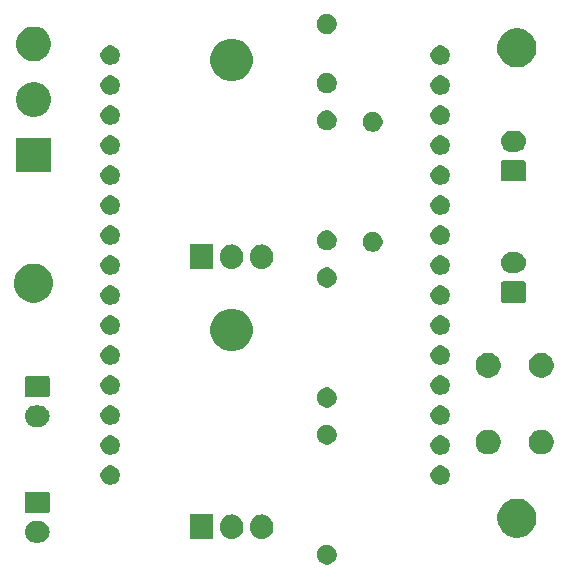
<source format=gbr>
G04 #@! TF.GenerationSoftware,KiCad,Pcbnew,5.1.5+dfsg1-2build2*
G04 #@! TF.CreationDate,2022-01-06T20:40:28+01:00*
G04 #@! TF.ProjectId,Door,446f6f72-2e6b-4696-9361-645f70636258,V1.0*
G04 #@! TF.SameCoordinates,Original*
G04 #@! TF.FileFunction,Soldermask,Top*
G04 #@! TF.FilePolarity,Negative*
%FSLAX46Y46*%
G04 Gerber Fmt 4.6, Leading zero omitted, Abs format (unit mm)*
G04 Created by KiCad (PCBNEW 5.1.5+dfsg1-2build2) date 2022-01-06 20:40:28*
%MOMM*%
%LPD*%
G04 APERTURE LIST*
%ADD10C,0.100000*%
G04 APERTURE END LIST*
D10*
G36*
X82214028Y-137103703D02*
G01*
X82368900Y-137167853D01*
X82508281Y-137260985D01*
X82626815Y-137379519D01*
X82719947Y-137518900D01*
X82784097Y-137673772D01*
X82816800Y-137838184D01*
X82816800Y-138005816D01*
X82784097Y-138170228D01*
X82719947Y-138325100D01*
X82626815Y-138464481D01*
X82508281Y-138583015D01*
X82368900Y-138676147D01*
X82214028Y-138740297D01*
X82049616Y-138773000D01*
X81881984Y-138773000D01*
X81717572Y-138740297D01*
X81562700Y-138676147D01*
X81423319Y-138583015D01*
X81304785Y-138464481D01*
X81211653Y-138325100D01*
X81147503Y-138170228D01*
X81114800Y-138005816D01*
X81114800Y-137838184D01*
X81147503Y-137673772D01*
X81211653Y-137518900D01*
X81304785Y-137379519D01*
X81423319Y-137260985D01*
X81562700Y-137167853D01*
X81717572Y-137103703D01*
X81881984Y-137071000D01*
X82049616Y-137071000D01*
X82214028Y-137103703D01*
G37*
G36*
X57712442Y-135111718D02*
G01*
X57778627Y-135118237D01*
X57948466Y-135169757D01*
X58104991Y-135253422D01*
X58140729Y-135282752D01*
X58242186Y-135366014D01*
X58325448Y-135467471D01*
X58354778Y-135503209D01*
X58438443Y-135659734D01*
X58489963Y-135829573D01*
X58507359Y-136006200D01*
X58489963Y-136182827D01*
X58438443Y-136352666D01*
X58354778Y-136509191D01*
X58325448Y-136544929D01*
X58242186Y-136646386D01*
X58140729Y-136729648D01*
X58104991Y-136758978D01*
X57948466Y-136842643D01*
X57778627Y-136894163D01*
X57712442Y-136900682D01*
X57646260Y-136907200D01*
X57257740Y-136907200D01*
X57191558Y-136900682D01*
X57125373Y-136894163D01*
X56955534Y-136842643D01*
X56799009Y-136758978D01*
X56763271Y-136729648D01*
X56661814Y-136646386D01*
X56578552Y-136544929D01*
X56549222Y-136509191D01*
X56465557Y-136352666D01*
X56414037Y-136182827D01*
X56396641Y-136006200D01*
X56414037Y-135829573D01*
X56465557Y-135659734D01*
X56549222Y-135503209D01*
X56578552Y-135467471D01*
X56661814Y-135366014D01*
X56763271Y-135282752D01*
X56799009Y-135253422D01*
X56955534Y-135169757D01*
X57125373Y-135118237D01*
X57191558Y-135111718D01*
X57257740Y-135105200D01*
X57646260Y-135105200D01*
X57712442Y-135111718D01*
G37*
G36*
X76650719Y-134530520D02*
G01*
X76839880Y-134587901D01*
X76839883Y-134587902D01*
X76932333Y-134637318D01*
X77014212Y-134681083D01*
X77167015Y-134806485D01*
X77292417Y-134959288D01*
X77385599Y-135133619D01*
X77442980Y-135322780D01*
X77457500Y-135470206D01*
X77457500Y-135663793D01*
X77442980Y-135811219D01*
X77415912Y-135900451D01*
X77385598Y-136000383D01*
X77336182Y-136092833D01*
X77292417Y-136174712D01*
X77167015Y-136327515D01*
X77014212Y-136452917D01*
X76839881Y-136546099D01*
X76650720Y-136603480D01*
X76454000Y-136622855D01*
X76257281Y-136603480D01*
X76068120Y-136546099D01*
X75893788Y-136452917D01*
X75740985Y-136327515D01*
X75615583Y-136174712D01*
X75522401Y-136000381D01*
X75465020Y-135811220D01*
X75450500Y-135663794D01*
X75450500Y-135470207D01*
X75465020Y-135322781D01*
X75522401Y-135133620D01*
X75522402Y-135133617D01*
X75571818Y-135041167D01*
X75615583Y-134959288D01*
X75740985Y-134806485D01*
X75893788Y-134681083D01*
X76068119Y-134587901D01*
X76257280Y-134530520D01*
X76454000Y-134511145D01*
X76650719Y-134530520D01*
G37*
G36*
X74110719Y-134530520D02*
G01*
X74299880Y-134587901D01*
X74299883Y-134587902D01*
X74392333Y-134637318D01*
X74474212Y-134681083D01*
X74627015Y-134806485D01*
X74752417Y-134959288D01*
X74845599Y-135133619D01*
X74902980Y-135322780D01*
X74917500Y-135470206D01*
X74917500Y-135663793D01*
X74902980Y-135811219D01*
X74875912Y-135900451D01*
X74845598Y-136000383D01*
X74796182Y-136092833D01*
X74752417Y-136174712D01*
X74627015Y-136327515D01*
X74474212Y-136452917D01*
X74299881Y-136546099D01*
X74110720Y-136603480D01*
X73914000Y-136622855D01*
X73717281Y-136603480D01*
X73528120Y-136546099D01*
X73353788Y-136452917D01*
X73200985Y-136327515D01*
X73075583Y-136174712D01*
X72982401Y-136000381D01*
X72925020Y-135811220D01*
X72910500Y-135663794D01*
X72910500Y-135470207D01*
X72925020Y-135322781D01*
X72982401Y-135133620D01*
X72982402Y-135133617D01*
X73031818Y-135041167D01*
X73075583Y-134959288D01*
X73200985Y-134806485D01*
X73353788Y-134681083D01*
X73528119Y-134587901D01*
X73717280Y-134530520D01*
X73914000Y-134511145D01*
X74110719Y-134530520D01*
G37*
G36*
X72377500Y-136618000D02*
G01*
X70370500Y-136618000D01*
X70370500Y-134516000D01*
X72377500Y-134516000D01*
X72377500Y-136618000D01*
G37*
G36*
X98438056Y-133239298D02*
G01*
X98544379Y-133260447D01*
X98844842Y-133384903D01*
X99115251Y-133565585D01*
X99345215Y-133795549D01*
X99525897Y-134065958D01*
X99650353Y-134366421D01*
X99657671Y-134403211D01*
X99713800Y-134685389D01*
X99713800Y-135010611D01*
X99689332Y-135133617D01*
X99650353Y-135329579D01*
X99525897Y-135630042D01*
X99345215Y-135900451D01*
X99115251Y-136130415D01*
X98844842Y-136311097D01*
X98844841Y-136311098D01*
X98844840Y-136311098D01*
X98756837Y-136347550D01*
X98544379Y-136435553D01*
X98457084Y-136452917D01*
X98225411Y-136499000D01*
X97900189Y-136499000D01*
X97668516Y-136452917D01*
X97581221Y-136435553D01*
X97368763Y-136347550D01*
X97280760Y-136311098D01*
X97280759Y-136311098D01*
X97280758Y-136311097D01*
X97010349Y-136130415D01*
X96780385Y-135900451D01*
X96599703Y-135630042D01*
X96475247Y-135329579D01*
X96436268Y-135133617D01*
X96411800Y-135010611D01*
X96411800Y-134685389D01*
X96467929Y-134403211D01*
X96475247Y-134366421D01*
X96599703Y-134065958D01*
X96780385Y-133795549D01*
X97010349Y-133565585D01*
X97280758Y-133384903D01*
X97581221Y-133260447D01*
X97687544Y-133239298D01*
X97900189Y-133197000D01*
X98225411Y-133197000D01*
X98438056Y-133239298D01*
G37*
G36*
X58360600Y-132609189D02*
G01*
X58393652Y-132619215D01*
X58424103Y-132635492D01*
X58450799Y-132657401D01*
X58472708Y-132684097D01*
X58488985Y-132714548D01*
X58499011Y-132747600D01*
X58503000Y-132788103D01*
X58503000Y-134224297D01*
X58499011Y-134264800D01*
X58488985Y-134297852D01*
X58472708Y-134328303D01*
X58450799Y-134354999D01*
X58424103Y-134376908D01*
X58393652Y-134393185D01*
X58360600Y-134403211D01*
X58320097Y-134407200D01*
X56583903Y-134407200D01*
X56543400Y-134403211D01*
X56510348Y-134393185D01*
X56479897Y-134376908D01*
X56453201Y-134354999D01*
X56431292Y-134328303D01*
X56415015Y-134297852D01*
X56404989Y-134264800D01*
X56401000Y-134224297D01*
X56401000Y-132788103D01*
X56404989Y-132747600D01*
X56415015Y-132714548D01*
X56431292Y-132684097D01*
X56453201Y-132657401D01*
X56479897Y-132635492D01*
X56510348Y-132619215D01*
X56543400Y-132609189D01*
X56583903Y-132605200D01*
X58320097Y-132605200D01*
X58360600Y-132609189D01*
G37*
G36*
X91802142Y-130409242D02*
G01*
X91950101Y-130470529D01*
X92083255Y-130559499D01*
X92196501Y-130672745D01*
X92285471Y-130805899D01*
X92346758Y-130953858D01*
X92378000Y-131110925D01*
X92378000Y-131271075D01*
X92346758Y-131428142D01*
X92285471Y-131576101D01*
X92196501Y-131709255D01*
X92083255Y-131822501D01*
X91950101Y-131911471D01*
X91802142Y-131972758D01*
X91645075Y-132004000D01*
X91484925Y-132004000D01*
X91327858Y-131972758D01*
X91179899Y-131911471D01*
X91046745Y-131822501D01*
X90933499Y-131709255D01*
X90844529Y-131576101D01*
X90783242Y-131428142D01*
X90752000Y-131271075D01*
X90752000Y-131110925D01*
X90783242Y-130953858D01*
X90844529Y-130805899D01*
X90933499Y-130672745D01*
X91046745Y-130559499D01*
X91179899Y-130470529D01*
X91327858Y-130409242D01*
X91484925Y-130378000D01*
X91645075Y-130378000D01*
X91802142Y-130409242D01*
G37*
G36*
X63862142Y-130409242D02*
G01*
X64010101Y-130470529D01*
X64143255Y-130559499D01*
X64256501Y-130672745D01*
X64345471Y-130805899D01*
X64406758Y-130953858D01*
X64438000Y-131110925D01*
X64438000Y-131271075D01*
X64406758Y-131428142D01*
X64345471Y-131576101D01*
X64256501Y-131709255D01*
X64143255Y-131822501D01*
X64010101Y-131911471D01*
X63862142Y-131972758D01*
X63705075Y-132004000D01*
X63544925Y-132004000D01*
X63387858Y-131972758D01*
X63239899Y-131911471D01*
X63106745Y-131822501D01*
X62993499Y-131709255D01*
X62904529Y-131576101D01*
X62843242Y-131428142D01*
X62812000Y-131271075D01*
X62812000Y-131110925D01*
X62843242Y-130953858D01*
X62904529Y-130805899D01*
X62993499Y-130672745D01*
X63106745Y-130559499D01*
X63239899Y-130470529D01*
X63387858Y-130409242D01*
X63544925Y-130378000D01*
X63705075Y-130378000D01*
X63862142Y-130409242D01*
G37*
G36*
X91802142Y-127869242D02*
G01*
X91950101Y-127930529D01*
X92083255Y-128019499D01*
X92196501Y-128132745D01*
X92285471Y-128265899D01*
X92346758Y-128413858D01*
X92378000Y-128570925D01*
X92378000Y-128731075D01*
X92346758Y-128888142D01*
X92285471Y-129036101D01*
X92196501Y-129169255D01*
X92083255Y-129282501D01*
X91950101Y-129371471D01*
X91802142Y-129432758D01*
X91645075Y-129464000D01*
X91484925Y-129464000D01*
X91327858Y-129432758D01*
X91179899Y-129371471D01*
X91046745Y-129282501D01*
X90933499Y-129169255D01*
X90844529Y-129036101D01*
X90783242Y-128888142D01*
X90752000Y-128731075D01*
X90752000Y-128570925D01*
X90783242Y-128413858D01*
X90844529Y-128265899D01*
X90933499Y-128132745D01*
X91046745Y-128019499D01*
X91179899Y-127930529D01*
X91327858Y-127869242D01*
X91484925Y-127838000D01*
X91645075Y-127838000D01*
X91802142Y-127869242D01*
G37*
G36*
X63862142Y-127869242D02*
G01*
X64010101Y-127930529D01*
X64143255Y-128019499D01*
X64256501Y-128132745D01*
X64345471Y-128265899D01*
X64406758Y-128413858D01*
X64438000Y-128570925D01*
X64438000Y-128731075D01*
X64406758Y-128888142D01*
X64345471Y-129036101D01*
X64256501Y-129169255D01*
X64143255Y-129282501D01*
X64010101Y-129371471D01*
X63862142Y-129432758D01*
X63705075Y-129464000D01*
X63544925Y-129464000D01*
X63387858Y-129432758D01*
X63239899Y-129371471D01*
X63106745Y-129282501D01*
X62993499Y-129169255D01*
X62904529Y-129036101D01*
X62843242Y-128888142D01*
X62812000Y-128731075D01*
X62812000Y-128570925D01*
X62843242Y-128413858D01*
X62904529Y-128265899D01*
X62993499Y-128132745D01*
X63106745Y-128019499D01*
X63239899Y-127930529D01*
X63387858Y-127869242D01*
X63544925Y-127838000D01*
X63705075Y-127838000D01*
X63862142Y-127869242D01*
G37*
G36*
X95937564Y-127386389D02*
G01*
X96128833Y-127465615D01*
X96128835Y-127465616D01*
X96300973Y-127580635D01*
X96447365Y-127727027D01*
X96542391Y-127869243D01*
X96562385Y-127899167D01*
X96641611Y-128090436D01*
X96682000Y-128293484D01*
X96682000Y-128500516D01*
X96641611Y-128703564D01*
X96565156Y-128888142D01*
X96562384Y-128894835D01*
X96447365Y-129066973D01*
X96300973Y-129213365D01*
X96128835Y-129328384D01*
X96128834Y-129328385D01*
X96128833Y-129328385D01*
X95937564Y-129407611D01*
X95734516Y-129448000D01*
X95527484Y-129448000D01*
X95324436Y-129407611D01*
X95133167Y-129328385D01*
X95133166Y-129328385D01*
X95133165Y-129328384D01*
X94961027Y-129213365D01*
X94814635Y-129066973D01*
X94699616Y-128894835D01*
X94696844Y-128888142D01*
X94620389Y-128703564D01*
X94580000Y-128500516D01*
X94580000Y-128293484D01*
X94620389Y-128090436D01*
X94699615Y-127899167D01*
X94719610Y-127869243D01*
X94814635Y-127727027D01*
X94961027Y-127580635D01*
X95133165Y-127465616D01*
X95133167Y-127465615D01*
X95324436Y-127386389D01*
X95527484Y-127346000D01*
X95734516Y-127346000D01*
X95937564Y-127386389D01*
G37*
G36*
X100437564Y-127386389D02*
G01*
X100628833Y-127465615D01*
X100628835Y-127465616D01*
X100800973Y-127580635D01*
X100947365Y-127727027D01*
X101042391Y-127869243D01*
X101062385Y-127899167D01*
X101141611Y-128090436D01*
X101182000Y-128293484D01*
X101182000Y-128500516D01*
X101141611Y-128703564D01*
X101065156Y-128888142D01*
X101062384Y-128894835D01*
X100947365Y-129066973D01*
X100800973Y-129213365D01*
X100628835Y-129328384D01*
X100628834Y-129328385D01*
X100628833Y-129328385D01*
X100437564Y-129407611D01*
X100234516Y-129448000D01*
X100027484Y-129448000D01*
X99824436Y-129407611D01*
X99633167Y-129328385D01*
X99633166Y-129328385D01*
X99633165Y-129328384D01*
X99461027Y-129213365D01*
X99314635Y-129066973D01*
X99199616Y-128894835D01*
X99196844Y-128888142D01*
X99120389Y-128703564D01*
X99080000Y-128500516D01*
X99080000Y-128293484D01*
X99120389Y-128090436D01*
X99199615Y-127899167D01*
X99219610Y-127869243D01*
X99314635Y-127727027D01*
X99461027Y-127580635D01*
X99633165Y-127465616D01*
X99633167Y-127465615D01*
X99824436Y-127386389D01*
X100027484Y-127346000D01*
X100234516Y-127346000D01*
X100437564Y-127386389D01*
G37*
G36*
X82214028Y-126943703D02*
G01*
X82368900Y-127007853D01*
X82508281Y-127100985D01*
X82626815Y-127219519D01*
X82719947Y-127358900D01*
X82784097Y-127513772D01*
X82816800Y-127678184D01*
X82816800Y-127845816D01*
X82784097Y-128010228D01*
X82719947Y-128165100D01*
X82626815Y-128304481D01*
X82508281Y-128423015D01*
X82368900Y-128516147D01*
X82214028Y-128580297D01*
X82049616Y-128613000D01*
X81881984Y-128613000D01*
X81717572Y-128580297D01*
X81562700Y-128516147D01*
X81423319Y-128423015D01*
X81304785Y-128304481D01*
X81211653Y-128165100D01*
X81147503Y-128010228D01*
X81114800Y-127845816D01*
X81114800Y-127678184D01*
X81147503Y-127513772D01*
X81211653Y-127358900D01*
X81304785Y-127219519D01*
X81423319Y-127100985D01*
X81562700Y-127007853D01*
X81717572Y-126943703D01*
X81881984Y-126911000D01*
X82049616Y-126911000D01*
X82214028Y-126943703D01*
G37*
G36*
X57712442Y-125303518D02*
G01*
X57778627Y-125310037D01*
X57948466Y-125361557D01*
X58104991Y-125445222D01*
X58106788Y-125446697D01*
X58242186Y-125557814D01*
X58325448Y-125659271D01*
X58354778Y-125695009D01*
X58438443Y-125851534D01*
X58489963Y-126021373D01*
X58507359Y-126198000D01*
X58489963Y-126374627D01*
X58438443Y-126544466D01*
X58354778Y-126700991D01*
X58325448Y-126736729D01*
X58242186Y-126838186D01*
X58140729Y-126921448D01*
X58104991Y-126950778D01*
X57948466Y-127034443D01*
X57778627Y-127085963D01*
X57712442Y-127092482D01*
X57646260Y-127099000D01*
X57257740Y-127099000D01*
X57191558Y-127092482D01*
X57125373Y-127085963D01*
X56955534Y-127034443D01*
X56799009Y-126950778D01*
X56763271Y-126921448D01*
X56661814Y-126838186D01*
X56578552Y-126736729D01*
X56549222Y-126700991D01*
X56465557Y-126544466D01*
X56414037Y-126374627D01*
X56396641Y-126198000D01*
X56414037Y-126021373D01*
X56465557Y-125851534D01*
X56549222Y-125695009D01*
X56578552Y-125659271D01*
X56661814Y-125557814D01*
X56797212Y-125446697D01*
X56799009Y-125445222D01*
X56955534Y-125361557D01*
X57125373Y-125310037D01*
X57191558Y-125303518D01*
X57257740Y-125297000D01*
X57646260Y-125297000D01*
X57712442Y-125303518D01*
G37*
G36*
X91802142Y-125329242D02*
G01*
X91950101Y-125390529D01*
X92083255Y-125479499D01*
X92196501Y-125592745D01*
X92285471Y-125725899D01*
X92346758Y-125873858D01*
X92378000Y-126030925D01*
X92378000Y-126191075D01*
X92346758Y-126348142D01*
X92285471Y-126496101D01*
X92196501Y-126629255D01*
X92083255Y-126742501D01*
X91950101Y-126831471D01*
X91802142Y-126892758D01*
X91645075Y-126924000D01*
X91484925Y-126924000D01*
X91327858Y-126892758D01*
X91179899Y-126831471D01*
X91046745Y-126742501D01*
X90933499Y-126629255D01*
X90844529Y-126496101D01*
X90783242Y-126348142D01*
X90752000Y-126191075D01*
X90752000Y-126030925D01*
X90783242Y-125873858D01*
X90844529Y-125725899D01*
X90933499Y-125592745D01*
X91046745Y-125479499D01*
X91179899Y-125390529D01*
X91327858Y-125329242D01*
X91484925Y-125298000D01*
X91645075Y-125298000D01*
X91802142Y-125329242D01*
G37*
G36*
X63862142Y-125329242D02*
G01*
X64010101Y-125390529D01*
X64143255Y-125479499D01*
X64256501Y-125592745D01*
X64345471Y-125725899D01*
X64406758Y-125873858D01*
X64438000Y-126030925D01*
X64438000Y-126191075D01*
X64406758Y-126348142D01*
X64345471Y-126496101D01*
X64256501Y-126629255D01*
X64143255Y-126742501D01*
X64010101Y-126831471D01*
X63862142Y-126892758D01*
X63705075Y-126924000D01*
X63544925Y-126924000D01*
X63387858Y-126892758D01*
X63239899Y-126831471D01*
X63106745Y-126742501D01*
X62993499Y-126629255D01*
X62904529Y-126496101D01*
X62843242Y-126348142D01*
X62812000Y-126191075D01*
X62812000Y-126030925D01*
X62843242Y-125873858D01*
X62904529Y-125725899D01*
X62993499Y-125592745D01*
X63106745Y-125479499D01*
X63239899Y-125390529D01*
X63387858Y-125329242D01*
X63544925Y-125298000D01*
X63705075Y-125298000D01*
X63862142Y-125329242D01*
G37*
G36*
X82214028Y-123810103D02*
G01*
X82368900Y-123874253D01*
X82508281Y-123967385D01*
X82626815Y-124085919D01*
X82719947Y-124225300D01*
X82784097Y-124380172D01*
X82816800Y-124544584D01*
X82816800Y-124712216D01*
X82784097Y-124876628D01*
X82719947Y-125031500D01*
X82626815Y-125170881D01*
X82508281Y-125289415D01*
X82368900Y-125382547D01*
X82214028Y-125446697D01*
X82049616Y-125479400D01*
X81881984Y-125479400D01*
X81717572Y-125446697D01*
X81562700Y-125382547D01*
X81423319Y-125289415D01*
X81304785Y-125170881D01*
X81211653Y-125031500D01*
X81147503Y-124876628D01*
X81114800Y-124712216D01*
X81114800Y-124544584D01*
X81147503Y-124380172D01*
X81211653Y-124225300D01*
X81304785Y-124085919D01*
X81423319Y-123967385D01*
X81562700Y-123874253D01*
X81717572Y-123810103D01*
X81881984Y-123777400D01*
X82049616Y-123777400D01*
X82214028Y-123810103D01*
G37*
G36*
X58360600Y-122800989D02*
G01*
X58393652Y-122811015D01*
X58424103Y-122827292D01*
X58450799Y-122849201D01*
X58472708Y-122875897D01*
X58488985Y-122906348D01*
X58499011Y-122939400D01*
X58503000Y-122979903D01*
X58503000Y-124416097D01*
X58499011Y-124456600D01*
X58488985Y-124489652D01*
X58472708Y-124520103D01*
X58450799Y-124546799D01*
X58424103Y-124568708D01*
X58393652Y-124584985D01*
X58360600Y-124595011D01*
X58320097Y-124599000D01*
X56583903Y-124599000D01*
X56543400Y-124595011D01*
X56510348Y-124584985D01*
X56479897Y-124568708D01*
X56453201Y-124546799D01*
X56431292Y-124520103D01*
X56415015Y-124489652D01*
X56404989Y-124456600D01*
X56401000Y-124416097D01*
X56401000Y-122979903D01*
X56404989Y-122939400D01*
X56415015Y-122906348D01*
X56431292Y-122875897D01*
X56453201Y-122849201D01*
X56479897Y-122827292D01*
X56510348Y-122811015D01*
X56543400Y-122800989D01*
X56583903Y-122797000D01*
X58320097Y-122797000D01*
X58360600Y-122800989D01*
G37*
G36*
X91802142Y-122789242D02*
G01*
X91950101Y-122850529D01*
X92083255Y-122939499D01*
X92196501Y-123052745D01*
X92285471Y-123185899D01*
X92346758Y-123333858D01*
X92378000Y-123490925D01*
X92378000Y-123651075D01*
X92346758Y-123808142D01*
X92285471Y-123956101D01*
X92196501Y-124089255D01*
X92083255Y-124202501D01*
X91950101Y-124291471D01*
X91802142Y-124352758D01*
X91645075Y-124384000D01*
X91484925Y-124384000D01*
X91327858Y-124352758D01*
X91179899Y-124291471D01*
X91046745Y-124202501D01*
X90933499Y-124089255D01*
X90844529Y-123956101D01*
X90783242Y-123808142D01*
X90752000Y-123651075D01*
X90752000Y-123490925D01*
X90783242Y-123333858D01*
X90844529Y-123185899D01*
X90933499Y-123052745D01*
X91046745Y-122939499D01*
X91179899Y-122850529D01*
X91327858Y-122789242D01*
X91484925Y-122758000D01*
X91645075Y-122758000D01*
X91802142Y-122789242D01*
G37*
G36*
X63862142Y-122789242D02*
G01*
X64010101Y-122850529D01*
X64143255Y-122939499D01*
X64256501Y-123052745D01*
X64345471Y-123185899D01*
X64406758Y-123333858D01*
X64438000Y-123490925D01*
X64438000Y-123651075D01*
X64406758Y-123808142D01*
X64345471Y-123956101D01*
X64256501Y-124089255D01*
X64143255Y-124202501D01*
X64010101Y-124291471D01*
X63862142Y-124352758D01*
X63705075Y-124384000D01*
X63544925Y-124384000D01*
X63387858Y-124352758D01*
X63239899Y-124291471D01*
X63106745Y-124202501D01*
X62993499Y-124089255D01*
X62904529Y-123956101D01*
X62843242Y-123808142D01*
X62812000Y-123651075D01*
X62812000Y-123490925D01*
X62843242Y-123333858D01*
X62904529Y-123185899D01*
X62993499Y-123052745D01*
X63106745Y-122939499D01*
X63239899Y-122850529D01*
X63387858Y-122789242D01*
X63544925Y-122758000D01*
X63705075Y-122758000D01*
X63862142Y-122789242D01*
G37*
G36*
X100437564Y-120886389D02*
G01*
X100628833Y-120965615D01*
X100628835Y-120965616D01*
X100800973Y-121080635D01*
X100947365Y-121227027D01*
X101062385Y-121399167D01*
X101141611Y-121590436D01*
X101182000Y-121793484D01*
X101182000Y-122000516D01*
X101141611Y-122203564D01*
X101062385Y-122394833D01*
X101062384Y-122394835D01*
X100947365Y-122566973D01*
X100800973Y-122713365D01*
X100628835Y-122828384D01*
X100628834Y-122828385D01*
X100628833Y-122828385D01*
X100437564Y-122907611D01*
X100234516Y-122948000D01*
X100027484Y-122948000D01*
X99824436Y-122907611D01*
X99633167Y-122828385D01*
X99633166Y-122828385D01*
X99633165Y-122828384D01*
X99461027Y-122713365D01*
X99314635Y-122566973D01*
X99199616Y-122394835D01*
X99199615Y-122394833D01*
X99120389Y-122203564D01*
X99080000Y-122000516D01*
X99080000Y-121793484D01*
X99120389Y-121590436D01*
X99199615Y-121399167D01*
X99314635Y-121227027D01*
X99461027Y-121080635D01*
X99633165Y-120965616D01*
X99633167Y-120965615D01*
X99824436Y-120886389D01*
X100027484Y-120846000D01*
X100234516Y-120846000D01*
X100437564Y-120886389D01*
G37*
G36*
X95937564Y-120886389D02*
G01*
X96128833Y-120965615D01*
X96128835Y-120965616D01*
X96300973Y-121080635D01*
X96447365Y-121227027D01*
X96562385Y-121399167D01*
X96641611Y-121590436D01*
X96682000Y-121793484D01*
X96682000Y-122000516D01*
X96641611Y-122203564D01*
X96562385Y-122394833D01*
X96562384Y-122394835D01*
X96447365Y-122566973D01*
X96300973Y-122713365D01*
X96128835Y-122828384D01*
X96128834Y-122828385D01*
X96128833Y-122828385D01*
X95937564Y-122907611D01*
X95734516Y-122948000D01*
X95527484Y-122948000D01*
X95324436Y-122907611D01*
X95133167Y-122828385D01*
X95133166Y-122828385D01*
X95133165Y-122828384D01*
X94961027Y-122713365D01*
X94814635Y-122566973D01*
X94699616Y-122394835D01*
X94699615Y-122394833D01*
X94620389Y-122203564D01*
X94580000Y-122000516D01*
X94580000Y-121793484D01*
X94620389Y-121590436D01*
X94699615Y-121399167D01*
X94814635Y-121227027D01*
X94961027Y-121080635D01*
X95133165Y-120965616D01*
X95133167Y-120965615D01*
X95324436Y-120886389D01*
X95527484Y-120846000D01*
X95734516Y-120846000D01*
X95937564Y-120886389D01*
G37*
G36*
X91802142Y-120249242D02*
G01*
X91950101Y-120310529D01*
X92083255Y-120399499D01*
X92196501Y-120512745D01*
X92285471Y-120645899D01*
X92346758Y-120793858D01*
X92378000Y-120950925D01*
X92378000Y-121111075D01*
X92346758Y-121268142D01*
X92285471Y-121416101D01*
X92196501Y-121549255D01*
X92083255Y-121662501D01*
X91950101Y-121751471D01*
X91802142Y-121812758D01*
X91645075Y-121844000D01*
X91484925Y-121844000D01*
X91327858Y-121812758D01*
X91179899Y-121751471D01*
X91046745Y-121662501D01*
X90933499Y-121549255D01*
X90844529Y-121416101D01*
X90783242Y-121268142D01*
X90752000Y-121111075D01*
X90752000Y-120950925D01*
X90783242Y-120793858D01*
X90844529Y-120645899D01*
X90933499Y-120512745D01*
X91046745Y-120399499D01*
X91179899Y-120310529D01*
X91327858Y-120249242D01*
X91484925Y-120218000D01*
X91645075Y-120218000D01*
X91802142Y-120249242D01*
G37*
G36*
X63862142Y-120249242D02*
G01*
X64010101Y-120310529D01*
X64143255Y-120399499D01*
X64256501Y-120512745D01*
X64345471Y-120645899D01*
X64406758Y-120793858D01*
X64438000Y-120950925D01*
X64438000Y-121111075D01*
X64406758Y-121268142D01*
X64345471Y-121416101D01*
X64256501Y-121549255D01*
X64143255Y-121662501D01*
X64010101Y-121751471D01*
X63862142Y-121812758D01*
X63705075Y-121844000D01*
X63544925Y-121844000D01*
X63387858Y-121812758D01*
X63239899Y-121751471D01*
X63106745Y-121662501D01*
X62993499Y-121549255D01*
X62904529Y-121416101D01*
X62843242Y-121268142D01*
X62812000Y-121111075D01*
X62812000Y-120950925D01*
X62843242Y-120793858D01*
X62904529Y-120645899D01*
X62993499Y-120512745D01*
X63106745Y-120399499D01*
X63239899Y-120310529D01*
X63387858Y-120249242D01*
X63544925Y-120218000D01*
X63705075Y-120218000D01*
X63862142Y-120249242D01*
G37*
G36*
X74439331Y-117175211D02*
G01*
X74767092Y-117310974D01*
X75062070Y-117508072D01*
X75312928Y-117758930D01*
X75510026Y-118053908D01*
X75645789Y-118381669D01*
X75715000Y-118729616D01*
X75715000Y-119084384D01*
X75645789Y-119432331D01*
X75510026Y-119760092D01*
X75312928Y-120055070D01*
X75062070Y-120305928D01*
X74767092Y-120503026D01*
X74439331Y-120638789D01*
X74091384Y-120708000D01*
X73736616Y-120708000D01*
X73388669Y-120638789D01*
X73060908Y-120503026D01*
X72765930Y-120305928D01*
X72515072Y-120055070D01*
X72317974Y-119760092D01*
X72182211Y-119432331D01*
X72113000Y-119084384D01*
X72113000Y-118729616D01*
X72182211Y-118381669D01*
X72317974Y-118053908D01*
X72515072Y-117758930D01*
X72765930Y-117508072D01*
X73060908Y-117310974D01*
X73388669Y-117175211D01*
X73736616Y-117106000D01*
X74091384Y-117106000D01*
X74439331Y-117175211D01*
G37*
G36*
X91802142Y-117709242D02*
G01*
X91950101Y-117770529D01*
X92083255Y-117859499D01*
X92196501Y-117972745D01*
X92285471Y-118105899D01*
X92346758Y-118253858D01*
X92378000Y-118410925D01*
X92378000Y-118571075D01*
X92346758Y-118728142D01*
X92285471Y-118876101D01*
X92196501Y-119009255D01*
X92083255Y-119122501D01*
X91950101Y-119211471D01*
X91802142Y-119272758D01*
X91645075Y-119304000D01*
X91484925Y-119304000D01*
X91327858Y-119272758D01*
X91179899Y-119211471D01*
X91046745Y-119122501D01*
X90933499Y-119009255D01*
X90844529Y-118876101D01*
X90783242Y-118728142D01*
X90752000Y-118571075D01*
X90752000Y-118410925D01*
X90783242Y-118253858D01*
X90844529Y-118105899D01*
X90933499Y-117972745D01*
X91046745Y-117859499D01*
X91179899Y-117770529D01*
X91327858Y-117709242D01*
X91484925Y-117678000D01*
X91645075Y-117678000D01*
X91802142Y-117709242D01*
G37*
G36*
X63862142Y-117709242D02*
G01*
X64010101Y-117770529D01*
X64143255Y-117859499D01*
X64256501Y-117972745D01*
X64345471Y-118105899D01*
X64406758Y-118253858D01*
X64438000Y-118410925D01*
X64438000Y-118571075D01*
X64406758Y-118728142D01*
X64345471Y-118876101D01*
X64256501Y-119009255D01*
X64143255Y-119122501D01*
X64010101Y-119211471D01*
X63862142Y-119272758D01*
X63705075Y-119304000D01*
X63544925Y-119304000D01*
X63387858Y-119272758D01*
X63239899Y-119211471D01*
X63106745Y-119122501D01*
X62993499Y-119009255D01*
X62904529Y-118876101D01*
X62843242Y-118728142D01*
X62812000Y-118571075D01*
X62812000Y-118410925D01*
X62843242Y-118253858D01*
X62904529Y-118105899D01*
X62993499Y-117972745D01*
X63106745Y-117859499D01*
X63239899Y-117770529D01*
X63387858Y-117709242D01*
X63544925Y-117678000D01*
X63705075Y-117678000D01*
X63862142Y-117709242D01*
G37*
G36*
X91802142Y-115169242D02*
G01*
X91950101Y-115230529D01*
X92083255Y-115319499D01*
X92196501Y-115432745D01*
X92285471Y-115565899D01*
X92346758Y-115713858D01*
X92378000Y-115870925D01*
X92378000Y-116031075D01*
X92346758Y-116188142D01*
X92285471Y-116336101D01*
X92196501Y-116469255D01*
X92083255Y-116582501D01*
X91950101Y-116671471D01*
X91802142Y-116732758D01*
X91645075Y-116764000D01*
X91484925Y-116764000D01*
X91327858Y-116732758D01*
X91179899Y-116671471D01*
X91046745Y-116582501D01*
X90933499Y-116469255D01*
X90844529Y-116336101D01*
X90783242Y-116188142D01*
X90752000Y-116031075D01*
X90752000Y-115870925D01*
X90783242Y-115713858D01*
X90844529Y-115565899D01*
X90933499Y-115432745D01*
X91046745Y-115319499D01*
X91179899Y-115230529D01*
X91327858Y-115169242D01*
X91484925Y-115138000D01*
X91645075Y-115138000D01*
X91802142Y-115169242D01*
G37*
G36*
X63862142Y-115169242D02*
G01*
X64010101Y-115230529D01*
X64143255Y-115319499D01*
X64256501Y-115432745D01*
X64345471Y-115565899D01*
X64406758Y-115713858D01*
X64438000Y-115870925D01*
X64438000Y-116031075D01*
X64406758Y-116188142D01*
X64345471Y-116336101D01*
X64256501Y-116469255D01*
X64143255Y-116582501D01*
X64010101Y-116671471D01*
X63862142Y-116732758D01*
X63705075Y-116764000D01*
X63544925Y-116764000D01*
X63387858Y-116732758D01*
X63239899Y-116671471D01*
X63106745Y-116582501D01*
X62993499Y-116469255D01*
X62904529Y-116336101D01*
X62843242Y-116188142D01*
X62812000Y-116031075D01*
X62812000Y-115870925D01*
X62843242Y-115713858D01*
X62904529Y-115565899D01*
X62993499Y-115432745D01*
X63106745Y-115319499D01*
X63239899Y-115230529D01*
X63387858Y-115169242D01*
X63544925Y-115138000D01*
X63705075Y-115138000D01*
X63862142Y-115169242D01*
G37*
G36*
X98671498Y-114799987D02*
G01*
X98704524Y-114810005D01*
X98734959Y-114826273D01*
X98761635Y-114848165D01*
X98783527Y-114874841D01*
X98799795Y-114905276D01*
X98809813Y-114938302D01*
X98813800Y-114978784D01*
X98813800Y-116415216D01*
X98809813Y-116455698D01*
X98799795Y-116488724D01*
X98783527Y-116519159D01*
X98761635Y-116545835D01*
X98734959Y-116567727D01*
X98704524Y-116583995D01*
X98671498Y-116594013D01*
X98631016Y-116598000D01*
X96894584Y-116598000D01*
X96854102Y-116594013D01*
X96821076Y-116583995D01*
X96790641Y-116567727D01*
X96763965Y-116545835D01*
X96742073Y-116519159D01*
X96725805Y-116488724D01*
X96715787Y-116455698D01*
X96711800Y-116415216D01*
X96711800Y-114978784D01*
X96715787Y-114938302D01*
X96725805Y-114905276D01*
X96742073Y-114874841D01*
X96763965Y-114848165D01*
X96790641Y-114826273D01*
X96821076Y-114810005D01*
X96854102Y-114799987D01*
X96894584Y-114796000D01*
X98631016Y-114796000D01*
X98671498Y-114799987D01*
G37*
G36*
X57469004Y-113314711D02*
G01*
X57633579Y-113347447D01*
X57846037Y-113435450D01*
X57923449Y-113467515D01*
X57934042Y-113471903D01*
X58204451Y-113652585D01*
X58434415Y-113882549D01*
X58615097Y-114152958D01*
X58711040Y-114384584D01*
X58739553Y-114453422D01*
X58803000Y-114772389D01*
X58803000Y-115097611D01*
X58788751Y-115169243D01*
X58739553Y-115416579D01*
X58615097Y-115717042D01*
X58434415Y-115987451D01*
X58204451Y-116217415D01*
X57934042Y-116398097D01*
X57633579Y-116522553D01*
X57527256Y-116543702D01*
X57314611Y-116586000D01*
X56989389Y-116586000D01*
X56776744Y-116543702D01*
X56670421Y-116522553D01*
X56369958Y-116398097D01*
X56099549Y-116217415D01*
X55869585Y-115987451D01*
X55688903Y-115717042D01*
X55564447Y-115416579D01*
X55515249Y-115169243D01*
X55501000Y-115097611D01*
X55501000Y-114772389D01*
X55564447Y-114453422D01*
X55592961Y-114384584D01*
X55688903Y-114152958D01*
X55869585Y-113882549D01*
X56099549Y-113652585D01*
X56369958Y-113471903D01*
X56380552Y-113467515D01*
X56457963Y-113435450D01*
X56670421Y-113347447D01*
X56834996Y-113314711D01*
X56989389Y-113284000D01*
X57314611Y-113284000D01*
X57469004Y-113314711D01*
G37*
G36*
X82214028Y-113650103D02*
G01*
X82368900Y-113714253D01*
X82508281Y-113807385D01*
X82626815Y-113925919D01*
X82719947Y-114065300D01*
X82784097Y-114220172D01*
X82816800Y-114384584D01*
X82816800Y-114552216D01*
X82784097Y-114716628D01*
X82719947Y-114871500D01*
X82626815Y-115010881D01*
X82508281Y-115129415D01*
X82368900Y-115222547D01*
X82214028Y-115286697D01*
X82049616Y-115319400D01*
X81881984Y-115319400D01*
X81717572Y-115286697D01*
X81562700Y-115222547D01*
X81423319Y-115129415D01*
X81304785Y-115010881D01*
X81211653Y-114871500D01*
X81147503Y-114716628D01*
X81114800Y-114552216D01*
X81114800Y-114384584D01*
X81147503Y-114220172D01*
X81211653Y-114065300D01*
X81304785Y-113925919D01*
X81423319Y-113807385D01*
X81562700Y-113714253D01*
X81717572Y-113650103D01*
X81881984Y-113617400D01*
X82049616Y-113617400D01*
X82214028Y-113650103D01*
G37*
G36*
X91802142Y-112629242D02*
G01*
X91950101Y-112690529D01*
X92083255Y-112779499D01*
X92196501Y-112892745D01*
X92285471Y-113025899D01*
X92346758Y-113173858D01*
X92378000Y-113330925D01*
X92378000Y-113491075D01*
X92346758Y-113648142D01*
X92285471Y-113796101D01*
X92196501Y-113929255D01*
X92083255Y-114042501D01*
X91950101Y-114131471D01*
X91802142Y-114192758D01*
X91645075Y-114224000D01*
X91484925Y-114224000D01*
X91327858Y-114192758D01*
X91179899Y-114131471D01*
X91046745Y-114042501D01*
X90933499Y-113929255D01*
X90844529Y-113796101D01*
X90783242Y-113648142D01*
X90752000Y-113491075D01*
X90752000Y-113330925D01*
X90783242Y-113173858D01*
X90844529Y-113025899D01*
X90933499Y-112892745D01*
X91046745Y-112779499D01*
X91179899Y-112690529D01*
X91327858Y-112629242D01*
X91484925Y-112598000D01*
X91645075Y-112598000D01*
X91802142Y-112629242D01*
G37*
G36*
X63862142Y-112629242D02*
G01*
X64010101Y-112690529D01*
X64143255Y-112779499D01*
X64256501Y-112892745D01*
X64345471Y-113025899D01*
X64406758Y-113173858D01*
X64438000Y-113330925D01*
X64438000Y-113491075D01*
X64406758Y-113648142D01*
X64345471Y-113796101D01*
X64256501Y-113929255D01*
X64143255Y-114042501D01*
X64010101Y-114131471D01*
X63862142Y-114192758D01*
X63705075Y-114224000D01*
X63544925Y-114224000D01*
X63387858Y-114192758D01*
X63239899Y-114131471D01*
X63106745Y-114042501D01*
X62993499Y-113929255D01*
X62904529Y-113796101D01*
X62843242Y-113648142D01*
X62812000Y-113491075D01*
X62812000Y-113330925D01*
X62843242Y-113173858D01*
X62904529Y-113025899D01*
X62993499Y-112892745D01*
X63106745Y-112779499D01*
X63239899Y-112690529D01*
X63387858Y-112629242D01*
X63544925Y-112598000D01*
X63705075Y-112598000D01*
X63862142Y-112629242D01*
G37*
G36*
X98023243Y-112302519D02*
G01*
X98089427Y-112309037D01*
X98259266Y-112360557D01*
X98415791Y-112444222D01*
X98438404Y-112462780D01*
X98552986Y-112556814D01*
X98612425Y-112629242D01*
X98665578Y-112694009D01*
X98749243Y-112850534D01*
X98800763Y-113020373D01*
X98818159Y-113197000D01*
X98800763Y-113373627D01*
X98749243Y-113543466D01*
X98665578Y-113699991D01*
X98653874Y-113714252D01*
X98552986Y-113837186D01*
X98451529Y-113920448D01*
X98415791Y-113949778D01*
X98259266Y-114033443D01*
X98089427Y-114084963D01*
X98023243Y-114091481D01*
X97957060Y-114098000D01*
X97568540Y-114098000D01*
X97502357Y-114091481D01*
X97436173Y-114084963D01*
X97266334Y-114033443D01*
X97109809Y-113949778D01*
X97074071Y-113920448D01*
X96972614Y-113837186D01*
X96871726Y-113714252D01*
X96860022Y-113699991D01*
X96776357Y-113543466D01*
X96724837Y-113373627D01*
X96707441Y-113197000D01*
X96724837Y-113020373D01*
X96776357Y-112850534D01*
X96860022Y-112694009D01*
X96913175Y-112629242D01*
X96972614Y-112556814D01*
X97087196Y-112462780D01*
X97109809Y-112444222D01*
X97266334Y-112360557D01*
X97436173Y-112309037D01*
X97502357Y-112302519D01*
X97568540Y-112296000D01*
X97957060Y-112296000D01*
X98023243Y-112302519D01*
G37*
G36*
X74110719Y-111670520D02*
G01*
X74280087Y-111721897D01*
X74299883Y-111727902D01*
X74392333Y-111777318D01*
X74474212Y-111821083D01*
X74627015Y-111946485D01*
X74752417Y-112099288D01*
X74845599Y-112273619D01*
X74902980Y-112462780D01*
X74917500Y-112610206D01*
X74917500Y-112803793D01*
X74902980Y-112951219D01*
X74880326Y-113025899D01*
X74845598Y-113140383D01*
X74827705Y-113173858D01*
X74752417Y-113314712D01*
X74627015Y-113467515D01*
X74474212Y-113592917D01*
X74299881Y-113686099D01*
X74110720Y-113743480D01*
X73914000Y-113762855D01*
X73717281Y-113743480D01*
X73528120Y-113686099D01*
X73353788Y-113592917D01*
X73200985Y-113467515D01*
X73075583Y-113314712D01*
X72982401Y-113140381D01*
X72925020Y-112951220D01*
X72910500Y-112803794D01*
X72910500Y-112610207D01*
X72925020Y-112462781D01*
X72982401Y-112273620D01*
X72982402Y-112273617D01*
X73055375Y-112137095D01*
X73075583Y-112099288D01*
X73200985Y-111946485D01*
X73353788Y-111821083D01*
X73528119Y-111727901D01*
X73717280Y-111670520D01*
X73914000Y-111651145D01*
X74110719Y-111670520D01*
G37*
G36*
X76650719Y-111670520D02*
G01*
X76820087Y-111721897D01*
X76839883Y-111727902D01*
X76932333Y-111777318D01*
X77014212Y-111821083D01*
X77167015Y-111946485D01*
X77292417Y-112099288D01*
X77385599Y-112273619D01*
X77442980Y-112462780D01*
X77457500Y-112610206D01*
X77457500Y-112803793D01*
X77442980Y-112951219D01*
X77420326Y-113025899D01*
X77385598Y-113140383D01*
X77367705Y-113173858D01*
X77292417Y-113314712D01*
X77167015Y-113467515D01*
X77014212Y-113592917D01*
X76839881Y-113686099D01*
X76650720Y-113743480D01*
X76454000Y-113762855D01*
X76257281Y-113743480D01*
X76068120Y-113686099D01*
X75893788Y-113592917D01*
X75740985Y-113467515D01*
X75615583Y-113314712D01*
X75522401Y-113140381D01*
X75465020Y-112951220D01*
X75450500Y-112803794D01*
X75450500Y-112610207D01*
X75465020Y-112462781D01*
X75522401Y-112273620D01*
X75522402Y-112273617D01*
X75595375Y-112137095D01*
X75615583Y-112099288D01*
X75740985Y-111946485D01*
X75893788Y-111821083D01*
X76068119Y-111727901D01*
X76257280Y-111670520D01*
X76454000Y-111651145D01*
X76650719Y-111670520D01*
G37*
G36*
X72377500Y-113758000D02*
G01*
X70370500Y-113758000D01*
X70370500Y-111656000D01*
X72377500Y-111656000D01*
X72377500Y-113758000D01*
G37*
G36*
X86100228Y-110611503D02*
G01*
X86255100Y-110675653D01*
X86394481Y-110768785D01*
X86513015Y-110887319D01*
X86606147Y-111026700D01*
X86670297Y-111181572D01*
X86703000Y-111345984D01*
X86703000Y-111513616D01*
X86670297Y-111678028D01*
X86606147Y-111832900D01*
X86513015Y-111972281D01*
X86394481Y-112090815D01*
X86255100Y-112183947D01*
X86100228Y-112248097D01*
X85935816Y-112280800D01*
X85768184Y-112280800D01*
X85603772Y-112248097D01*
X85448900Y-112183947D01*
X85309519Y-112090815D01*
X85190985Y-111972281D01*
X85097853Y-111832900D01*
X85033703Y-111678028D01*
X85001000Y-111513616D01*
X85001000Y-111345984D01*
X85033703Y-111181572D01*
X85097853Y-111026700D01*
X85190985Y-110887319D01*
X85309519Y-110768785D01*
X85448900Y-110675653D01*
X85603772Y-110611503D01*
X85768184Y-110578800D01*
X85935816Y-110578800D01*
X86100228Y-110611503D01*
G37*
G36*
X82214028Y-110500503D02*
G01*
X82368900Y-110564653D01*
X82508281Y-110657785D01*
X82626815Y-110776319D01*
X82719947Y-110915700D01*
X82784097Y-111070572D01*
X82816800Y-111234984D01*
X82816800Y-111402616D01*
X82784097Y-111567028D01*
X82719947Y-111721900D01*
X82626815Y-111861281D01*
X82508281Y-111979815D01*
X82368900Y-112072947D01*
X82214028Y-112137097D01*
X82049616Y-112169800D01*
X81881984Y-112169800D01*
X81717572Y-112137097D01*
X81562700Y-112072947D01*
X81423319Y-111979815D01*
X81304785Y-111861281D01*
X81211653Y-111721900D01*
X81147503Y-111567028D01*
X81114800Y-111402616D01*
X81114800Y-111234984D01*
X81147503Y-111070572D01*
X81211653Y-110915700D01*
X81304785Y-110776319D01*
X81423319Y-110657785D01*
X81562700Y-110564653D01*
X81717572Y-110500503D01*
X81881984Y-110467800D01*
X82049616Y-110467800D01*
X82214028Y-110500503D01*
G37*
G36*
X91802142Y-110089242D02*
G01*
X91950101Y-110150529D01*
X92083255Y-110239499D01*
X92196501Y-110352745D01*
X92285471Y-110485899D01*
X92346758Y-110633858D01*
X92378000Y-110790925D01*
X92378000Y-110951075D01*
X92346758Y-111108142D01*
X92285471Y-111256101D01*
X92196501Y-111389255D01*
X92083255Y-111502501D01*
X91950101Y-111591471D01*
X91802142Y-111652758D01*
X91645075Y-111684000D01*
X91484925Y-111684000D01*
X91327858Y-111652758D01*
X91179899Y-111591471D01*
X91046745Y-111502501D01*
X90933499Y-111389255D01*
X90844529Y-111256101D01*
X90783242Y-111108142D01*
X90752000Y-110951075D01*
X90752000Y-110790925D01*
X90783242Y-110633858D01*
X90844529Y-110485899D01*
X90933499Y-110352745D01*
X91046745Y-110239499D01*
X91179899Y-110150529D01*
X91327858Y-110089242D01*
X91484925Y-110058000D01*
X91645075Y-110058000D01*
X91802142Y-110089242D01*
G37*
G36*
X63862142Y-110089242D02*
G01*
X64010101Y-110150529D01*
X64143255Y-110239499D01*
X64256501Y-110352745D01*
X64345471Y-110485899D01*
X64406758Y-110633858D01*
X64438000Y-110790925D01*
X64438000Y-110951075D01*
X64406758Y-111108142D01*
X64345471Y-111256101D01*
X64256501Y-111389255D01*
X64143255Y-111502501D01*
X64010101Y-111591471D01*
X63862142Y-111652758D01*
X63705075Y-111684000D01*
X63544925Y-111684000D01*
X63387858Y-111652758D01*
X63239899Y-111591471D01*
X63106745Y-111502501D01*
X62993499Y-111389255D01*
X62904529Y-111256101D01*
X62843242Y-111108142D01*
X62812000Y-110951075D01*
X62812000Y-110790925D01*
X62843242Y-110633858D01*
X62904529Y-110485899D01*
X62993499Y-110352745D01*
X63106745Y-110239499D01*
X63239899Y-110150529D01*
X63387858Y-110089242D01*
X63544925Y-110058000D01*
X63705075Y-110058000D01*
X63862142Y-110089242D01*
G37*
G36*
X63862142Y-107549242D02*
G01*
X64010101Y-107610529D01*
X64143255Y-107699499D01*
X64256501Y-107812745D01*
X64345471Y-107945899D01*
X64406758Y-108093858D01*
X64438000Y-108250925D01*
X64438000Y-108411075D01*
X64406758Y-108568142D01*
X64345471Y-108716101D01*
X64256501Y-108849255D01*
X64143255Y-108962501D01*
X64010101Y-109051471D01*
X63862142Y-109112758D01*
X63705075Y-109144000D01*
X63544925Y-109144000D01*
X63387858Y-109112758D01*
X63239899Y-109051471D01*
X63106745Y-108962501D01*
X62993499Y-108849255D01*
X62904529Y-108716101D01*
X62843242Y-108568142D01*
X62812000Y-108411075D01*
X62812000Y-108250925D01*
X62843242Y-108093858D01*
X62904529Y-107945899D01*
X62993499Y-107812745D01*
X63106745Y-107699499D01*
X63239899Y-107610529D01*
X63387858Y-107549242D01*
X63544925Y-107518000D01*
X63705075Y-107518000D01*
X63862142Y-107549242D01*
G37*
G36*
X91802142Y-107549242D02*
G01*
X91950101Y-107610529D01*
X92083255Y-107699499D01*
X92196501Y-107812745D01*
X92285471Y-107945899D01*
X92346758Y-108093858D01*
X92378000Y-108250925D01*
X92378000Y-108411075D01*
X92346758Y-108568142D01*
X92285471Y-108716101D01*
X92196501Y-108849255D01*
X92083255Y-108962501D01*
X91950101Y-109051471D01*
X91802142Y-109112758D01*
X91645075Y-109144000D01*
X91484925Y-109144000D01*
X91327858Y-109112758D01*
X91179899Y-109051471D01*
X91046745Y-108962501D01*
X90933499Y-108849255D01*
X90844529Y-108716101D01*
X90783242Y-108568142D01*
X90752000Y-108411075D01*
X90752000Y-108250925D01*
X90783242Y-108093858D01*
X90844529Y-107945899D01*
X90933499Y-107812745D01*
X91046745Y-107699499D01*
X91179899Y-107610529D01*
X91327858Y-107549242D01*
X91484925Y-107518000D01*
X91645075Y-107518000D01*
X91802142Y-107549242D01*
G37*
G36*
X91802142Y-105009242D02*
G01*
X91950101Y-105070529D01*
X92083255Y-105159499D01*
X92196501Y-105272745D01*
X92285471Y-105405899D01*
X92346758Y-105553858D01*
X92378000Y-105710925D01*
X92378000Y-105871075D01*
X92346758Y-106028142D01*
X92285471Y-106176101D01*
X92196501Y-106309255D01*
X92083255Y-106422501D01*
X91950101Y-106511471D01*
X91802142Y-106572758D01*
X91645075Y-106604000D01*
X91484925Y-106604000D01*
X91327858Y-106572758D01*
X91179899Y-106511471D01*
X91046745Y-106422501D01*
X90933499Y-106309255D01*
X90844529Y-106176101D01*
X90783242Y-106028142D01*
X90752000Y-105871075D01*
X90752000Y-105710925D01*
X90783242Y-105553858D01*
X90844529Y-105405899D01*
X90933499Y-105272745D01*
X91046745Y-105159499D01*
X91179899Y-105070529D01*
X91327858Y-105009242D01*
X91484925Y-104978000D01*
X91645075Y-104978000D01*
X91802142Y-105009242D01*
G37*
G36*
X63862142Y-105009242D02*
G01*
X64010101Y-105070529D01*
X64143255Y-105159499D01*
X64256501Y-105272745D01*
X64345471Y-105405899D01*
X64406758Y-105553858D01*
X64438000Y-105710925D01*
X64438000Y-105871075D01*
X64406758Y-106028142D01*
X64345471Y-106176101D01*
X64256501Y-106309255D01*
X64143255Y-106422501D01*
X64010101Y-106511471D01*
X63862142Y-106572758D01*
X63705075Y-106604000D01*
X63544925Y-106604000D01*
X63387858Y-106572758D01*
X63239899Y-106511471D01*
X63106745Y-106422501D01*
X62993499Y-106309255D01*
X62904529Y-106176101D01*
X62843242Y-106028142D01*
X62812000Y-105871075D01*
X62812000Y-105710925D01*
X62843242Y-105553858D01*
X62904529Y-105405899D01*
X62993499Y-105272745D01*
X63106745Y-105159499D01*
X63239899Y-105070529D01*
X63387858Y-105009242D01*
X63544925Y-104978000D01*
X63705075Y-104978000D01*
X63862142Y-105009242D01*
G37*
G36*
X98671498Y-104538387D02*
G01*
X98704524Y-104548405D01*
X98734959Y-104564673D01*
X98761635Y-104586565D01*
X98783527Y-104613241D01*
X98799795Y-104643676D01*
X98809813Y-104676702D01*
X98813800Y-104717184D01*
X98813800Y-106153616D01*
X98809813Y-106194098D01*
X98799795Y-106227124D01*
X98783527Y-106257559D01*
X98761635Y-106284235D01*
X98734959Y-106306127D01*
X98704524Y-106322395D01*
X98671498Y-106332413D01*
X98631016Y-106336400D01*
X96894584Y-106336400D01*
X96854102Y-106332413D01*
X96821076Y-106322395D01*
X96790641Y-106306127D01*
X96763965Y-106284235D01*
X96742073Y-106257559D01*
X96725805Y-106227124D01*
X96715787Y-106194098D01*
X96711800Y-106153616D01*
X96711800Y-104717184D01*
X96715787Y-104676702D01*
X96725805Y-104643676D01*
X96742073Y-104613241D01*
X96763965Y-104586565D01*
X96790641Y-104564673D01*
X96821076Y-104548405D01*
X96854102Y-104538387D01*
X96894584Y-104534400D01*
X98631016Y-104534400D01*
X98671498Y-104538387D01*
G37*
G36*
X58628000Y-105565200D02*
G01*
X55676000Y-105565200D01*
X55676000Y-102613200D01*
X58628000Y-102613200D01*
X58628000Y-105565200D01*
G37*
G36*
X63862142Y-102469242D02*
G01*
X64010101Y-102530529D01*
X64143255Y-102619499D01*
X64256501Y-102732745D01*
X64345471Y-102865899D01*
X64406758Y-103013858D01*
X64438000Y-103170925D01*
X64438000Y-103331075D01*
X64406758Y-103488142D01*
X64345471Y-103636101D01*
X64256501Y-103769255D01*
X64143255Y-103882501D01*
X64010101Y-103971471D01*
X63862142Y-104032758D01*
X63705075Y-104064000D01*
X63544925Y-104064000D01*
X63387858Y-104032758D01*
X63239899Y-103971471D01*
X63106745Y-103882501D01*
X62993499Y-103769255D01*
X62904529Y-103636101D01*
X62843242Y-103488142D01*
X62812000Y-103331075D01*
X62812000Y-103170925D01*
X62843242Y-103013858D01*
X62904529Y-102865899D01*
X62993499Y-102732745D01*
X63106745Y-102619499D01*
X63239899Y-102530529D01*
X63387858Y-102469242D01*
X63544925Y-102438000D01*
X63705075Y-102438000D01*
X63862142Y-102469242D01*
G37*
G36*
X91802142Y-102469242D02*
G01*
X91950101Y-102530529D01*
X92083255Y-102619499D01*
X92196501Y-102732745D01*
X92285471Y-102865899D01*
X92346758Y-103013858D01*
X92378000Y-103170925D01*
X92378000Y-103331075D01*
X92346758Y-103488142D01*
X92285471Y-103636101D01*
X92196501Y-103769255D01*
X92083255Y-103882501D01*
X91950101Y-103971471D01*
X91802142Y-104032758D01*
X91645075Y-104064000D01*
X91484925Y-104064000D01*
X91327858Y-104032758D01*
X91179899Y-103971471D01*
X91046745Y-103882501D01*
X90933499Y-103769255D01*
X90844529Y-103636101D01*
X90783242Y-103488142D01*
X90752000Y-103331075D01*
X90752000Y-103170925D01*
X90783242Y-103013858D01*
X90844529Y-102865899D01*
X90933499Y-102732745D01*
X91046745Y-102619499D01*
X91179899Y-102530529D01*
X91327858Y-102469242D01*
X91484925Y-102438000D01*
X91645075Y-102438000D01*
X91802142Y-102469242D01*
G37*
G36*
X98023243Y-102040919D02*
G01*
X98089427Y-102047437D01*
X98259266Y-102098957D01*
X98415791Y-102182622D01*
X98451529Y-102211952D01*
X98552986Y-102295214D01*
X98636248Y-102396671D01*
X98665578Y-102432409D01*
X98749243Y-102588934D01*
X98800763Y-102758773D01*
X98818159Y-102935400D01*
X98800763Y-103112027D01*
X98749243Y-103281866D01*
X98665578Y-103438391D01*
X98636248Y-103474129D01*
X98552986Y-103575586D01*
X98479248Y-103636100D01*
X98415791Y-103688178D01*
X98259266Y-103771843D01*
X98089427Y-103823363D01*
X98023243Y-103829881D01*
X97957060Y-103836400D01*
X97568540Y-103836400D01*
X97502357Y-103829881D01*
X97436173Y-103823363D01*
X97266334Y-103771843D01*
X97109809Y-103688178D01*
X97046352Y-103636100D01*
X96972614Y-103575586D01*
X96889352Y-103474129D01*
X96860022Y-103438391D01*
X96776357Y-103281866D01*
X96724837Y-103112027D01*
X96707441Y-102935400D01*
X96724837Y-102758773D01*
X96776357Y-102588934D01*
X96860022Y-102432409D01*
X96889352Y-102396671D01*
X96972614Y-102295214D01*
X97074071Y-102211952D01*
X97109809Y-102182622D01*
X97266334Y-102098957D01*
X97436173Y-102047437D01*
X97502357Y-102040919D01*
X97568540Y-102034400D01*
X97957060Y-102034400D01*
X98023243Y-102040919D01*
G37*
G36*
X86100228Y-100451503D02*
G01*
X86255100Y-100515653D01*
X86394481Y-100608785D01*
X86513015Y-100727319D01*
X86606147Y-100866700D01*
X86670297Y-101021572D01*
X86703000Y-101185984D01*
X86703000Y-101353616D01*
X86670297Y-101518028D01*
X86606147Y-101672900D01*
X86513015Y-101812281D01*
X86394481Y-101930815D01*
X86255100Y-102023947D01*
X86100228Y-102088097D01*
X85935816Y-102120800D01*
X85768184Y-102120800D01*
X85603772Y-102088097D01*
X85448900Y-102023947D01*
X85309519Y-101930815D01*
X85190985Y-101812281D01*
X85097853Y-101672900D01*
X85033703Y-101518028D01*
X85001000Y-101353616D01*
X85001000Y-101185984D01*
X85033703Y-101021572D01*
X85097853Y-100866700D01*
X85190985Y-100727319D01*
X85309519Y-100608785D01*
X85448900Y-100515653D01*
X85603772Y-100451503D01*
X85768184Y-100418800D01*
X85935816Y-100418800D01*
X86100228Y-100451503D01*
G37*
G36*
X82214028Y-100340503D02*
G01*
X82368900Y-100404653D01*
X82508281Y-100497785D01*
X82626815Y-100616319D01*
X82719947Y-100755700D01*
X82784097Y-100910572D01*
X82816800Y-101074984D01*
X82816800Y-101242616D01*
X82784097Y-101407028D01*
X82719947Y-101561900D01*
X82626815Y-101701281D01*
X82508281Y-101819815D01*
X82368900Y-101912947D01*
X82214028Y-101977097D01*
X82049616Y-102009800D01*
X81881984Y-102009800D01*
X81717572Y-101977097D01*
X81562700Y-101912947D01*
X81423319Y-101819815D01*
X81304785Y-101701281D01*
X81211653Y-101561900D01*
X81147503Y-101407028D01*
X81114800Y-101242616D01*
X81114800Y-101074984D01*
X81147503Y-100910572D01*
X81211653Y-100755700D01*
X81304785Y-100616319D01*
X81423319Y-100497785D01*
X81562700Y-100404653D01*
X81717572Y-100340503D01*
X81881984Y-100307800D01*
X82049616Y-100307800D01*
X82214028Y-100340503D01*
G37*
G36*
X91802142Y-99929242D02*
G01*
X91950101Y-99990529D01*
X92083255Y-100079499D01*
X92196501Y-100192745D01*
X92285471Y-100325899D01*
X92346758Y-100473858D01*
X92378000Y-100630925D01*
X92378000Y-100791075D01*
X92346758Y-100948142D01*
X92285471Y-101096101D01*
X92196501Y-101229255D01*
X92083255Y-101342501D01*
X91950101Y-101431471D01*
X91802142Y-101492758D01*
X91645075Y-101524000D01*
X91484925Y-101524000D01*
X91327858Y-101492758D01*
X91179899Y-101431471D01*
X91046745Y-101342501D01*
X90933499Y-101229255D01*
X90844529Y-101096101D01*
X90783242Y-100948142D01*
X90752000Y-100791075D01*
X90752000Y-100630925D01*
X90783242Y-100473858D01*
X90844529Y-100325899D01*
X90933499Y-100192745D01*
X91046745Y-100079499D01*
X91179899Y-99990529D01*
X91327858Y-99929242D01*
X91484925Y-99898000D01*
X91645075Y-99898000D01*
X91802142Y-99929242D01*
G37*
G36*
X63862142Y-99929242D02*
G01*
X64010101Y-99990529D01*
X64143255Y-100079499D01*
X64256501Y-100192745D01*
X64345471Y-100325899D01*
X64406758Y-100473858D01*
X64438000Y-100630925D01*
X64438000Y-100791075D01*
X64406758Y-100948142D01*
X64345471Y-101096101D01*
X64256501Y-101229255D01*
X64143255Y-101342501D01*
X64010101Y-101431471D01*
X63862142Y-101492758D01*
X63705075Y-101524000D01*
X63544925Y-101524000D01*
X63387858Y-101492758D01*
X63239899Y-101431471D01*
X63106745Y-101342501D01*
X62993499Y-101229255D01*
X62904529Y-101096101D01*
X62843242Y-100948142D01*
X62812000Y-100791075D01*
X62812000Y-100630925D01*
X62843242Y-100473858D01*
X62904529Y-100325899D01*
X62993499Y-100192745D01*
X63106745Y-100079499D01*
X63239899Y-99990529D01*
X63387858Y-99929242D01*
X63544925Y-99898000D01*
X63705075Y-99898000D01*
X63862142Y-99929242D01*
G37*
G36*
X57582532Y-97969921D02*
G01*
X57851147Y-98081185D01*
X58092895Y-98242716D01*
X58298484Y-98448305D01*
X58460015Y-98690053D01*
X58571279Y-98958668D01*
X58628000Y-99243825D01*
X58628000Y-99534575D01*
X58571279Y-99819732D01*
X58460015Y-100088347D01*
X58298484Y-100330095D01*
X58092895Y-100535684D01*
X57851147Y-100697215D01*
X57582532Y-100808479D01*
X57297375Y-100865200D01*
X57006625Y-100865200D01*
X56721468Y-100808479D01*
X56452853Y-100697215D01*
X56211105Y-100535684D01*
X56005516Y-100330095D01*
X55843985Y-100088347D01*
X55732721Y-99819732D01*
X55676000Y-99534575D01*
X55676000Y-99243825D01*
X55732721Y-98958668D01*
X55843985Y-98690053D01*
X56005516Y-98448305D01*
X56211105Y-98242716D01*
X56452853Y-98081185D01*
X56721468Y-97969921D01*
X57006625Y-97913200D01*
X57297375Y-97913200D01*
X57582532Y-97969921D01*
G37*
G36*
X63862142Y-97389242D02*
G01*
X64010101Y-97450529D01*
X64143255Y-97539499D01*
X64256501Y-97652745D01*
X64345471Y-97785899D01*
X64406758Y-97933858D01*
X64438000Y-98090925D01*
X64438000Y-98251075D01*
X64406758Y-98408142D01*
X64345471Y-98556101D01*
X64256501Y-98689255D01*
X64143255Y-98802501D01*
X64010101Y-98891471D01*
X63862142Y-98952758D01*
X63705075Y-98984000D01*
X63544925Y-98984000D01*
X63387858Y-98952758D01*
X63239899Y-98891471D01*
X63106745Y-98802501D01*
X62993499Y-98689255D01*
X62904529Y-98556101D01*
X62843242Y-98408142D01*
X62812000Y-98251075D01*
X62812000Y-98090925D01*
X62843242Y-97933858D01*
X62904529Y-97785899D01*
X62993499Y-97652745D01*
X63106745Y-97539499D01*
X63239899Y-97450529D01*
X63387858Y-97389242D01*
X63544925Y-97358000D01*
X63705075Y-97358000D01*
X63862142Y-97389242D01*
G37*
G36*
X91802142Y-97389242D02*
G01*
X91950101Y-97450529D01*
X92083255Y-97539499D01*
X92196501Y-97652745D01*
X92285471Y-97785899D01*
X92346758Y-97933858D01*
X92378000Y-98090925D01*
X92378000Y-98251075D01*
X92346758Y-98408142D01*
X92285471Y-98556101D01*
X92196501Y-98689255D01*
X92083255Y-98802501D01*
X91950101Y-98891471D01*
X91802142Y-98952758D01*
X91645075Y-98984000D01*
X91484925Y-98984000D01*
X91327858Y-98952758D01*
X91179899Y-98891471D01*
X91046745Y-98802501D01*
X90933499Y-98689255D01*
X90844529Y-98556101D01*
X90783242Y-98408142D01*
X90752000Y-98251075D01*
X90752000Y-98090925D01*
X90783242Y-97933858D01*
X90844529Y-97785899D01*
X90933499Y-97652745D01*
X91046745Y-97539499D01*
X91179899Y-97450529D01*
X91327858Y-97389242D01*
X91484925Y-97358000D01*
X91645075Y-97358000D01*
X91802142Y-97389242D01*
G37*
G36*
X82214028Y-97190903D02*
G01*
X82368900Y-97255053D01*
X82508281Y-97348185D01*
X82626815Y-97466719D01*
X82719947Y-97606100D01*
X82784097Y-97760972D01*
X82816800Y-97925384D01*
X82816800Y-98093016D01*
X82784097Y-98257428D01*
X82719947Y-98412300D01*
X82626815Y-98551681D01*
X82508281Y-98670215D01*
X82368900Y-98763347D01*
X82214028Y-98827497D01*
X82049616Y-98860200D01*
X81881984Y-98860200D01*
X81717572Y-98827497D01*
X81562700Y-98763347D01*
X81423319Y-98670215D01*
X81304785Y-98551681D01*
X81211653Y-98412300D01*
X81147503Y-98257428D01*
X81114800Y-98093016D01*
X81114800Y-97925384D01*
X81147503Y-97760972D01*
X81211653Y-97606100D01*
X81304785Y-97466719D01*
X81423319Y-97348185D01*
X81562700Y-97255053D01*
X81717572Y-97190903D01*
X81881984Y-97158200D01*
X82049616Y-97158200D01*
X82214028Y-97190903D01*
G37*
G36*
X74439331Y-94315211D02*
G01*
X74767092Y-94450974D01*
X75062070Y-94648072D01*
X75312928Y-94898930D01*
X75510026Y-95193908D01*
X75645789Y-95521669D01*
X75715000Y-95869616D01*
X75715000Y-96224384D01*
X75645789Y-96572331D01*
X75510026Y-96900092D01*
X75312928Y-97195070D01*
X75062070Y-97445928D01*
X74767092Y-97643026D01*
X74439331Y-97778789D01*
X74091384Y-97848000D01*
X73736616Y-97848000D01*
X73388669Y-97778789D01*
X73060908Y-97643026D01*
X72765930Y-97445928D01*
X72515072Y-97195070D01*
X72317974Y-96900092D01*
X72182211Y-96572331D01*
X72113000Y-96224384D01*
X72113000Y-95869616D01*
X72182211Y-95521669D01*
X72317974Y-95193908D01*
X72515072Y-94898930D01*
X72765930Y-94648072D01*
X73060908Y-94450974D01*
X73388669Y-94315211D01*
X73736616Y-94246000D01*
X74091384Y-94246000D01*
X74439331Y-94315211D01*
G37*
G36*
X98438051Y-93412297D02*
G01*
X98544379Y-93433447D01*
X98756837Y-93521450D01*
X98829819Y-93551680D01*
X98844842Y-93557903D01*
X99115251Y-93738585D01*
X99345215Y-93968549D01*
X99525897Y-94238958D01*
X99525898Y-94238960D01*
X99650353Y-94539422D01*
X99713800Y-94858389D01*
X99713800Y-95183611D01*
X99701410Y-95245899D01*
X99650353Y-95502579D01*
X99525897Y-95803042D01*
X99345215Y-96073451D01*
X99115251Y-96303415D01*
X98844842Y-96484097D01*
X98544379Y-96608553D01*
X98438056Y-96629702D01*
X98225411Y-96672000D01*
X97900189Y-96672000D01*
X97687544Y-96629702D01*
X97581221Y-96608553D01*
X97280758Y-96484097D01*
X97010349Y-96303415D01*
X96780385Y-96073451D01*
X96599703Y-95803042D01*
X96475247Y-95502579D01*
X96424190Y-95245899D01*
X96411800Y-95183611D01*
X96411800Y-94858389D01*
X96475247Y-94539422D01*
X96599702Y-94238960D01*
X96599703Y-94238958D01*
X96780385Y-93968549D01*
X97010349Y-93738585D01*
X97280758Y-93557903D01*
X97295782Y-93551680D01*
X97368763Y-93521450D01*
X97581221Y-93433447D01*
X97687549Y-93412297D01*
X97900189Y-93370000D01*
X98225411Y-93370000D01*
X98438051Y-93412297D01*
G37*
G36*
X63862142Y-94849242D02*
G01*
X64010101Y-94910529D01*
X64143255Y-94999499D01*
X64256501Y-95112745D01*
X64345471Y-95245899D01*
X64406758Y-95393858D01*
X64438000Y-95550925D01*
X64438000Y-95711075D01*
X64406758Y-95868142D01*
X64345471Y-96016101D01*
X64256501Y-96149255D01*
X64143255Y-96262501D01*
X64010101Y-96351471D01*
X63862142Y-96412758D01*
X63705075Y-96444000D01*
X63544925Y-96444000D01*
X63387858Y-96412758D01*
X63239899Y-96351471D01*
X63106745Y-96262501D01*
X62993499Y-96149255D01*
X62904529Y-96016101D01*
X62843242Y-95868142D01*
X62812000Y-95711075D01*
X62812000Y-95550925D01*
X62843242Y-95393858D01*
X62904529Y-95245899D01*
X62993499Y-95112745D01*
X63106745Y-94999499D01*
X63239899Y-94910529D01*
X63387858Y-94849242D01*
X63544925Y-94818000D01*
X63705075Y-94818000D01*
X63862142Y-94849242D01*
G37*
G36*
X91802142Y-94849242D02*
G01*
X91950101Y-94910529D01*
X92083255Y-94999499D01*
X92196501Y-95112745D01*
X92285471Y-95245899D01*
X92346758Y-95393858D01*
X92378000Y-95550925D01*
X92378000Y-95711075D01*
X92346758Y-95868142D01*
X92285471Y-96016101D01*
X92196501Y-96149255D01*
X92083255Y-96262501D01*
X91950101Y-96351471D01*
X91802142Y-96412758D01*
X91645075Y-96444000D01*
X91484925Y-96444000D01*
X91327858Y-96412758D01*
X91179899Y-96351471D01*
X91046745Y-96262501D01*
X90933499Y-96149255D01*
X90844529Y-96016101D01*
X90783242Y-95868142D01*
X90752000Y-95711075D01*
X90752000Y-95550925D01*
X90783242Y-95393858D01*
X90844529Y-95245899D01*
X90933499Y-95112745D01*
X91046745Y-94999499D01*
X91179899Y-94910529D01*
X91327858Y-94849242D01*
X91484925Y-94818000D01*
X91645075Y-94818000D01*
X91802142Y-94849242D01*
G37*
G36*
X57582532Y-93269921D02*
G01*
X57851147Y-93381185D01*
X58092895Y-93542716D01*
X58298484Y-93748305D01*
X58460015Y-93990053D01*
X58571279Y-94258668D01*
X58628000Y-94543825D01*
X58628000Y-94834575D01*
X58571279Y-95119732D01*
X58460015Y-95388347D01*
X58298484Y-95630095D01*
X58092895Y-95835684D01*
X57851147Y-95997215D01*
X57582532Y-96108479D01*
X57297375Y-96165200D01*
X57006625Y-96165200D01*
X56721468Y-96108479D01*
X56452853Y-95997215D01*
X56211105Y-95835684D01*
X56005516Y-95630095D01*
X55843985Y-95388347D01*
X55732721Y-95119732D01*
X55676000Y-94834575D01*
X55676000Y-94543825D01*
X55732721Y-94258668D01*
X55843985Y-93990053D01*
X56005516Y-93748305D01*
X56211105Y-93542716D01*
X56452853Y-93381185D01*
X56721468Y-93269921D01*
X57006625Y-93213200D01*
X57297375Y-93213200D01*
X57582532Y-93269921D01*
G37*
G36*
X82214028Y-92190903D02*
G01*
X82368900Y-92255053D01*
X82508281Y-92348185D01*
X82626815Y-92466719D01*
X82719947Y-92606100D01*
X82784097Y-92760972D01*
X82816800Y-92925384D01*
X82816800Y-93093016D01*
X82784097Y-93257428D01*
X82719947Y-93412300D01*
X82626815Y-93551681D01*
X82508281Y-93670215D01*
X82368900Y-93763347D01*
X82214028Y-93827497D01*
X82049616Y-93860200D01*
X81881984Y-93860200D01*
X81717572Y-93827497D01*
X81562700Y-93763347D01*
X81423319Y-93670215D01*
X81304785Y-93551681D01*
X81211653Y-93412300D01*
X81147503Y-93257428D01*
X81114800Y-93093016D01*
X81114800Y-92925384D01*
X81147503Y-92760972D01*
X81211653Y-92606100D01*
X81304785Y-92466719D01*
X81423319Y-92348185D01*
X81562700Y-92255053D01*
X81717572Y-92190903D01*
X81881984Y-92158200D01*
X82049616Y-92158200D01*
X82214028Y-92190903D01*
G37*
M02*

</source>
